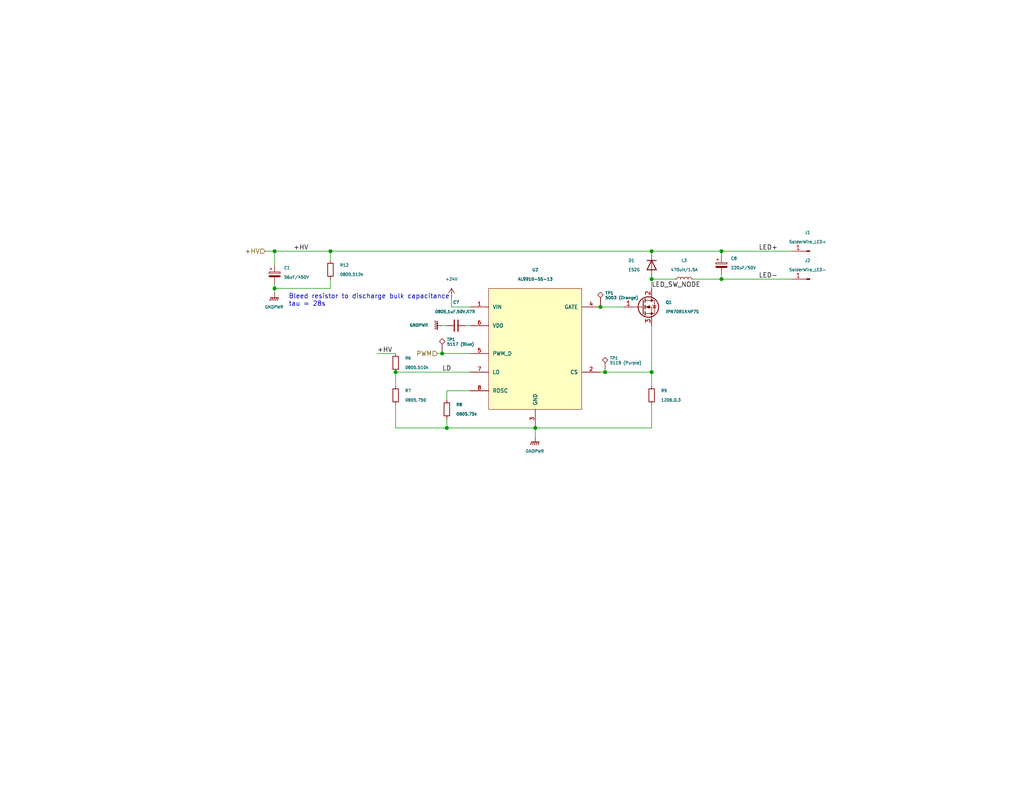
<source format=kicad_sch>
(kicad_sch (version 20230121) (generator eeschema)
  (paper "USLetter")
  (title_block (date "2023-12-18") (rev "A01"))
  (lib_symbols
    (symbol "Connector:Conn_01x01_Pin" (pin_names (offset 1.016) hide)
      (property "Reference" "J" (at 0 2.54 0))
      (property "Value" "Conn_01x01_Pin" (at 0 -2.54 0))
      (symbol "Conn_01x01_Pin_1_1"
        (polyline (pts (xy 1.27 0) (xy 0.8636 0)) (stroke (width 0.1524)))
        (rectangle (start 0.8636 0.127) (end 0 -0.127) (stroke (width 0.1524)) (fill (type outline)))
        (pin passive line (at 5.08 0 180) (length 3.81) (name "Pin_1") (number "1"))
      )
    )
    (symbol "Connector:TestPoint_Alt" (pin_numbers hide) (pin_names (offset 0.762) hide)
      (property "Reference" "TP" (at 0 6.858 0))
      (property "Value" "TestPoint_Alt" (at 0 5.08 0))
      (symbol "TestPoint_Alt_0_1"
        (polyline (pts (xy 0 2.54) (xy -0.762 3.302) (xy 0 4.064) (xy 0.762 3.302) (xy 0 2.54)))
      )
      (symbol "TestPoint_Alt_1_1"
        (pin passive line (at 0 0 90) (length 2.54) (name "1") (number "1"))
      )
    )
    (symbol "Device:C_Polarized_Small" (pin_numbers hide) (pin_names (offset 0.254) hide)
      (property "Reference" "C" (at 0.254 1.778 0))
      (property "Value" "C_Polarized_Small" (at 0.254 -2.032 0))
      (symbol "C_Polarized_Small_0_1"
        (rectangle (start -1.524 -0.3048) (end 1.524 -0.6858) (fill (type outline)))
        (rectangle (start -1.524 0.6858) (end 1.524 0.3048))
        (polyline (pts (xy -1.27 1.524) (xy -0.762 1.524)))
        (polyline (pts (xy -1.016 1.27) (xy -1.016 1.778)))
      )
      (symbol "C_Polarized_Small_1_1"
        (pin passive line (at 0 2.54 270) (length 1.8542) (name "~") (number "1"))
        (pin passive line (at 0 -2.54 90) (length 1.8542) (name "~") (number "2"))
      )
    )
    (symbol "Device:L_Small" (pin_numbers hide) (pin_names (offset 0.254) hide)
      (property "Reference" "L" (at 0.762 1.016 0))
      (property "Value" "L_Small" (at 0.762 -1.016 0))
      (symbol "L_Small_0_1"
        (arc (start 0 -2.032) (mid 0.5058 -1.524) (end 0 -1.016))
        (arc (start 0 -1.016) (mid 0.5058 -0.508) (end 0 0))
        (arc (start 0 0) (mid 0.5058 0.508) (end 0 1.016))
        (arc (start 0 1.016) (mid 0.5058 1.524) (end 0 2.032))
      )
      (symbol "L_Small_1_1"
        (pin passive line (at 0 2.54 270) (length 0.508) (name "~") (number "1"))
        (pin passive line (at 0 -2.54 90) (length 0.508) (name "~") (number "2"))
      )
    )
    (symbol "Diode:US2GA" (pin_numbers hide) (pin_names hide)
      (property "Reference" "D" (at 0 2.54 0))
      (property "Value" "US2GA" (at 0 -2.54 0))
      (symbol "US2GA_0_1"
        (polyline (pts (xy -1.27 1.27) (xy -1.27 -1.27)) (stroke (width 0.254)))
        (polyline (pts (xy 1.27 0) (xy -1.27 0)))
        (polyline (pts (xy 1.27 1.27) (xy 1.27 -1.27) (xy -1.27 0) (xy 1.27 1.27)) (stroke (width 0.254)))
      )
      (symbol "US2GA_1_1"
        (pin passive line (at -3.81 0 0) (length 2.54) (name "K") (number "1"))
        (pin passive line (at 3.81 0 180) (length 2.54) (name "A") (number "2"))
      )
    )
    (symbol "Transistor_FET:AO3400A" (pin_names hide)
      (property "Reference" "Q1" (at 6.35 1.27 0))
      (property "Value" "IPN70R1K4P7S" (at 6.35 -1.27 0))
      (symbol "AO3400A_0_1"
        (polyline (pts (xy 0.254 0) (xy -2.54 0)))
        (polyline (pts (xy 0.254 1.905) (xy 0.254 -1.905)) (stroke (width 0.254)))
        (polyline (pts (xy 0.762 -1.27) (xy 0.762 -2.286)) (stroke (width 0.254)))
        (polyline (pts (xy 0.762 0.508) (xy 0.762 -0.508)) (stroke (width 0.254)))
        (polyline (pts (xy 0.762 2.286) (xy 0.762 1.27)) (stroke (width 0.254)))
        (polyline (pts (xy 2.54 2.54) (xy 2.54 1.778)))
        (polyline (pts (xy 2.54 -2.54) (xy 2.54 0) (xy 0.762 0)))
        (polyline (pts (xy 0.762 -1.778) (xy 3.302 -1.778) (xy 3.302 1.778) (xy 0.762 1.778)))
        (polyline (pts (xy 1.016 0) (xy 2.032 0.381) (xy 2.032 -0.381) (xy 1.016 0)) (fill (type outline)))
        (polyline (pts (xy 2.794 0.508) (xy 2.921 0.381) (xy 3.683 0.381) (xy 3.81 0.254)))
        (polyline (pts (xy 3.302 0.381) (xy 2.921 -0.254) (xy 3.683 -0.254) (xy 3.302 0.381)))
        (circle (center 1.651 0) (radius 2.794) (stroke (width 0.254)))
        (circle (center 2.54 -1.778) (radius 0.254) (fill (type outline)))
        (circle (center 2.54 1.778) (radius 0.254) (fill (type outline)))
      )
      (symbol "AO3400A_1_1"
        (pin input line (at -5.08 0 0) (length 2.54) (name "G") (number "1"))
        (pin passive line (at 2.54 5.08 270) (length 2.54) (name "D") (number "2"))
        (pin passive line (at 2.54 -5.08 90) (length 2.54) (name "S") (number "3"))
      )
    )
    (symbol "WS_LCSC_ICs:AL9910-5SP-13" (pin_names (offset 1.016))
      (property "Reference" "U" (at -5.08 16.51 0))
      (property "Value" "AL9910-5SP-13" (at -8.89 13.97 0))
      (symbol "AL9910-5SP-13_0_0"
        (rectangle (start -12.7 -20.32) (end 12.7 12.7) (stroke (width 0.127)) (fill (type background)))
        (pin power_in line (at -17.78 7.62 0) (length 5.08) (name "VIN") (number "1"))
        (pin input line (at 17.78 -10.16 180) (length 5.08) (name "CS") (number "2"))
        (pin passive line (at 0 -25.4 90) (length 5.08) (name "GND") (number "3"))
        (pin passive line (at 17.78 7.62 180) (length 5.08) (name "GATE") (number "4"))
        (pin input line (at -17.78 -5.08 0) (length 5.08) (name "PWM_D") (number "5"))
        (pin power_in line (at -17.78 2.54 0) (length 5.08) (name "VDD") (number "6"))
        (pin input line (at -17.78 -10.16 0) (length 5.08) (name "LD") (number "7"))
        (pin input line (at -17.78 -15.24 0) (length 5.08) (name "ROSC") (number "8"))
      )
    )
    (symbol "jlcpcb-basic-capacitor:0805,1uF,50V,X7R "
      (property "Reference" "C" (at 1.71 0.508 0))
      (property "Value" "0805,1uF,50V,X7R " (at 1.71 -1.016 0))
      (symbol "0805,1uF,50V,X7R _0_0"
        (polyline (pts (xy -1.524 -0.508) (xy 1.524 -0.508)) (stroke (width 0.3048)))
        (polyline (pts (xy -1.524 0.508) (xy 1.524 0.508)) (stroke (width 0.3048)))
        (pin passive line (at 0 2.54 270) (length 2.032) (name "~") (number "1"))
        (pin passive line (at 0 -2.54 90) (length 2.032) (name "~") (number "2"))
      )
    )
    (symbol "jlcpcb-basic-resistor:0805,510k"
      (property "Reference" "R" (at 0.762 0.508 0))
      (property "Value" "0805,510k" (at 0.762 -1.016 0))
      (symbol "0805,510k_0_0"
        (rectangle (start -0.762 1.778) (end 0.762 -1.778) (stroke (width 0.2032)))
        (pin passive line (at 0 2.54 270) (length 0.762) (name "~") (number "1"))
        (pin passive line (at 0 -2.54 90) (length 0.762) (name "~") (number "2"))
      )
    )
    (symbol "jlcpcb-basic-resistor:0805,750"
      (property "Reference" "R" (at 0.762 0.508 0))
      (property "Value" "0805,750" (at 0.762 -1.016 0))
      (symbol "0805,750_0_0"
        (rectangle (start -0.762 1.778) (end 0.762 -1.778) (stroke (width 0.2032)))
        (pin passive line (at 0 2.54 270) (length 0.762) (name "~") (number "1"))
        (pin passive line (at 0 -2.54 90) (length 0.762) (name "~") (number "2"))
      )
    )
    (symbol "jlcpcb-basic-resistor:0805,75k"
      (property "Reference" "R" (at 0.762 0.508 0))
      (property "Value" "0805,75k" (at 0.762 -1.016 0))
      (symbol "0805,75k_0_0"
        (rectangle (start -0.762 1.778) (end 0.762 -1.778) (stroke (width 0.2032)))
        (pin passive line (at 0 2.54 270) (length 0.762) (name "~") (number "1"))
        (pin passive line (at 0 -2.54 90) (length 0.762) (name "~") (number "2"))
      )
    )
    (symbol "jlcpcb-basic-resistor:1206,0"
      (property "Reference" "R" (at 0.762 0.508 0))
      (property "Value" "1206,0" (at 0.762 -1.016 0))
      (symbol "1206,0_0_0"
        (rectangle (start -0.762 1.778) (end 0.762 -1.778) (stroke (width 0.2032)))
        (pin passive line (at 0 2.54 270) (length 0.762) (name "~") (number "1"))
        (pin passive line (at 0 -2.54 90) (length 0.762) (name "~") (number "2"))
      )
    )
    (symbol "power:+24V" (power) (pin_names (offset 0))
      (property "Value" "+24V" (at 0 3.556 0))
      (symbol "+24V_0_1"
        (polyline (pts (xy -0.762 1.27) (xy 0 2.54)))
        (polyline (pts (xy 0 0) (xy 0 2.54)))
        (polyline (pts (xy 0 2.54) (xy 0.762 1.27)))
      )
      (symbol "+24V_1_1"
        (pin power_in line (at 0 0 90) (length 0) hide (name "+24V") (number "1"))
      )
    )
    (symbol "power:GNDPWR" (power) (pin_names (offset 0))
      (property "Value" "GNDPWR" (at 0 -3.302 0))
      (symbol "GNDPWR_0_1"
        (polyline (pts (xy 0 -1.27) (xy 0 0)))
        (polyline (pts (xy -1.016 -1.27) (xy -1.27 -2.032) (xy -1.27 -2.032)) (stroke (width 0.2032)))
        (polyline (pts (xy -0.508 -1.27) (xy -0.762 -2.032) (xy -0.762 -2.032)) (stroke (width 0.2032)))
        (polyline (pts (xy 0 -1.27) (xy -0.254 -2.032) (xy -0.254 -2.032)) (stroke (width 0.2032)))
        (polyline (pts (xy 0.508 -1.27) (xy 0.254 -2.032) (xy 0.254 -2.032)) (stroke (width 0.2032)))
        (polyline (pts (xy 1.016 -1.27) (xy -1.016 -1.27) (xy -1.016 -1.27)) (stroke (width 0.2032)))
        (polyline (pts (xy 1.016 -1.27) (xy 0.762 -2.032) (xy 0.762 -2.032) (xy 0.762 -2.032)) (stroke (width 0.2032)))
      )
      (symbol "GNDPWR_1_1"
        (pin power_in line (at 0 0 270) (length 0) hide (name "GNDPWR") (number "1"))
      )
    )
  )
  (junction (at 146.05 116.84))
  (junction (at 74.93 78.74))
  (junction (at 163.83 83.82))
  (junction (at 120.65 96.52))
  (junction (at 121.92 116.84))
  (junction (at 165.1 101.6))
  (junction (at 177.8 76.2))
  (junction (at 196.85 76.2))
  (junction (at 177.8 101.6))
  (junction (at 177.8 68.58))
  (junction (at 196.85 68.58))
  (junction (at 74.93 68.58))
  (junction (at 90.17 68.58))
  (junction (at 107.95 101.6))
  (wire (pts (xy 146.05 116.84) (xy 177.8 116.84)))
  (wire (pts (xy 74.93 78.74) (xy 90.17 78.74)))
  (wire (pts (xy 196.85 68.58) (xy 196.85 69.85)))
  (wire (pts (xy 119.38 96.52) (xy 120.65 96.52)))
  (wire (pts (xy 177.8 105.41) (xy 177.8 101.6)))
  (wire (pts (xy 177.8 110.49) (xy 177.8 116.84)))
  (wire (pts (xy 107.95 105.41) (xy 107.95 101.6)))
  (wire (pts (xy 121.92 109.22) (xy 121.92 106.68)))
  (wire (pts (xy 177.8 76.2) (xy 177.8 78.74)))
  (wire (pts (xy 74.93 68.58) (xy 90.17 68.58)))
  (wire (pts (xy 120.65 96.52) (xy 128.27 96.52)))
  (wire (pts (xy 177.8 68.58) (xy 196.85 68.58)))
  (wire (pts (xy 102.87 96.52) (xy 107.95 96.52)))
  (wire (pts (xy 120.65 88.9) (xy 121.92 88.9)))
  (wire (pts (xy 177.8 101.6) (xy 177.8 88.9)))
  (wire (pts (xy 127 88.9) (xy 128.27 88.9)))
  (wire (pts (xy 90.17 68.58) (xy 177.8 68.58)))
  (wire (pts (xy 196.85 68.58) (xy 215.9 68.58)))
  (wire (pts (xy 165.1 101.6) (xy 177.8 101.6)))
  (wire (pts (xy 163.83 83.82) (xy 170.18 83.82)))
  (wire (pts (xy 107.95 116.84) (xy 121.92 116.84)))
  (wire (pts (xy 121.92 106.68) (xy 128.27 106.68)))
  (wire (pts (xy 74.93 68.58) (xy 74.93 72.39)))
  (wire (pts (xy 196.85 74.93) (xy 196.85 76.2)))
  (wire (pts (xy 74.93 80.01) (xy 74.93 78.74)))
  (wire (pts (xy 121.92 114.3) (xy 121.92 116.84)))
  (wire (pts (xy 196.85 76.2) (xy 215.9 76.2)))
  (wire (pts (xy 107.95 110.49) (xy 107.95 116.84)))
  (wire (pts (xy 177.8 76.2) (xy 184.15 76.2)))
  (wire (pts (xy 72.39 68.58) (xy 74.93 68.58)))
  (wire (pts (xy 90.17 76.2) (xy 90.17 78.74)))
  (wire (pts (xy 146.05 119.38) (xy 146.05 116.84)))
  (wire (pts (xy 123.19 81.28) (xy 123.19 83.82)))
  (wire (pts (xy 90.17 68.58) (xy 90.17 71.12)))
  (wire (pts (xy 189.23 76.2) (xy 196.85 76.2)))
  (wire (pts (xy 74.93 78.74) (xy 74.93 77.47)))
  (wire (pts (xy 107.95 101.6) (xy 128.27 101.6)))
  (wire (pts (xy 163.83 101.6) (xy 165.1 101.6)))
  (wire (pts (xy 123.19 83.82) (xy 128.27 83.82)))
  (wire (pts (xy 121.92 116.84) (xy 146.05 116.84)))
  (text "Bleed resistor to discharge bulk capacitance\ntau = 28s" (at 78.74 83.82 0) (effects (font (size 1.27 1.27)) (justify left bottom)))
  (label "+HV" (at 102.87 96.52 0))
  (label "LD" (at 120.65 101.6 0))
  (label "+HV" (at 80.01 68.58 0))
  (label "LED_SW_NODE" (at 177.8 78.74 0))
  (label "LED-" (at 207.01 76.2 0))
  (label "LED+" (at 207.01 68.58 0))
  (hierarchical_label "+HV" (shape input) (at 72.39 68.58 180))
  (hierarchical_label "PWM" (shape input) (at 119.38 96.52 180))
  (symbol (lib_id "Connector:TestPoint_Alt") (at 120.65 96.52 0) (unit 1)
    (property "Reference" "TP1" (at 121.92 92.71 0) (effects (font (size 0.8 0.8)) (justify left)))
    (property "Value" "5117 (Blue)" (at 121.92 93.98 0) (effects (font (size 0.8 0.8)) (justify left)))
    (property "Footprint" "TestPoint:TestPoint_Keystone_5000-5004_Miniature" (effects hide))
    (property "Datasheet" "https://www.lcsc.com/product-detail/Thimble-Copper-Rod-Test-Ring_ronghe-RH-5117_C5199807.html" (effects hide))
    (property "LCSC" "C5199807" (effects hide))
    (instances (project "Off-Line-RGB-LED-Driver" (path "" (reference "TP1") (unit 1)) (path "" (reference "TP4") (unit 1)) (path "" (reference "TP5") (unit 1)) (path "" (reference "TP8") (unit 1))))
  )
  (symbol (lib_id "jlcpcb-basic-resistor:0805,750") (at 107.95 107.95 0) (unit 1)
    (property "Reference" "R7" (at 110.49 106.68 0) (effects (font (size 0.8 0.8)) (justify left)))
    (property "Value" "0805,750" (at 110.49 109.22 0) (effects (font (size 0.8 0.8)) (justify left)))
    (property "Footprint" "R_0805_2012Metric" (effects hide))
    (property "Datasheet" "https://datasheet.lcsc.com/lcsc/2110251930_UNI-ROYAL-Uniroyal-Elec-0805W8F7500T5E_C17818.pdf" (effects hide))
    (property "LCSC" "C17818" (effects hide))
    (property "MFG" "UNI-ROYAL(Uniroyal Elec)" (effects hide))
    (property "MFGPN" "0805W8F7500T5E" (effects hide))
    (instances (project "Off-Line-RGB-LED-Driver" (path "" (reference "R7") (unit 1)) (path "" (reference "R14") (unit 1)) (path "" (reference "R19") (unit 1))))
  )
  (symbol (lib_id "Connector:Conn_01x01_Pin") (at 220.98 76.2 180) (unit 1) (in_bom no)
    (property "Reference" "J2" (at 220.345 71.12 0) (effects (font (size 0.8 0.8))))
    (property "Value" "SolderWire_LED-" (at 220.345 73.66 0) (effects (font (size 0.8 0.8))))
    (property "Footprint" "WS_LCSC_Connectors:SolderWire-0.75sqmm_1x01_D1.25mm_OD2.3mm_Relief_longer" (effects hide))
    (instances (project "Off-Line-RGB-LED-Driver" (path "" (reference "J2") (unit 1)) (path "" (reference "J4") (unit 1)) (path "" (reference "J6") (unit 1))))
  )
  (symbol (lib_id "WS_LCSC_ICs:AL9910-5SP-13") (at 146.05 91.44 0) (unit 1)
    (property "Reference" "U2" (at 146.05 73.66 0) (effects (font (size 0.8 0.8))))
    (property "Value" "AL9910-5S-13" (at 146.05 76.2 0) (effects (font (size 0.8 0.8))))
    (property "Footprint" "Package_SO:SOIC-8_3.9x4.9mm_P1.27mm" (effects hide))
    (property "Datasheet" "https://datasheet.lcsc.com/lcsc/2304140030_Diodes-Incorporated-AL9910-5S-13_C264082.pdf" (effects hide))
    (property "LCSC" "C264082" (effects hide))
    (instances (project "Off-Line-RGB-LED-Driver" (path "" (reference "U2") (unit 1)) (path "" (reference "U3") (unit 1)) (path "" (reference "U4") (unit 1))))
  )
  (symbol (lib_id "Device:C_Polarized_Small") (at 74.93 74.93 0) (unit 1)
    (property "Reference" "C1" (at 77.47 73.1139 0) (effects (font (size 0.8 0.8)) (justify left)))
    (property "Value" "56uF/450V" (at 77.47 75.6539 0) (effects (font (size 0.8 0.8)) (justify left)))
    (property "Footprint" "Capacitor_THT:CP_Radial_D13.0mm_P5.00mm" (effects hide))
    (property "Datasheet" "https://datasheet.lcsc.com/lcsc/2304140030_Man-Yue-Tech-EKM566M2WJ35RR_C206156.pdf" (effects hide))
    (property "LCSC" "C206156" (effects hide))
    (instances (project "Off-Line-RGB-LED-Driver" (path "" (reference "C1") (unit 1)) (path "" (reference "C9") (unit 1)) (path "" (reference "C12") (unit 1))))
  )
  (symbol (lib_id "power:GNDPWR") (at 120.65 88.9 270) (unit 1)
    (property "Reference" "#PWR04" (effects hide))
    (property "Value" "GNDPWR" (at 116.84 88.773 90) (effects (font (size 0.8 0.8)) (justify right)))
    (instances (project "Off-Line-RGB-LED-Driver" (path "" (reference "#PWR04") (unit 1)) (path "" (reference "#PWR08") (unit 1)) (path "" (reference "#PWR012") (unit 1))))
  )
  (symbol (lib_id "jlcpcb-basic-resistor:1206,0") (at 177.8 107.95 0) (unit 1)
    (property "Reference" "R9" (at 180.34 106.68 0) (effects (font (size 0.8 0.8)) (justify left)))
    (property "Value" "1206,0.3" (at 180.34 109.22 0) (effects (font (size 0.8 0.8)) (justify left)))
    (property "Footprint" "R_1206_3216Metric" (effects hide))
    (property "Datasheet" "https://datasheet.lcsc.com/lcsc/2205312345_UNI-ROYAL-Uniroyal-Elec-1206W4F300LT5E_C59882.pdf" (effects hide))
    (property "LCSC" "C59882" (effects hide))
    (property "MFG" "UNI-ROYAL(Uniroyal Elec)" (effects hide))
    (property "MFGPN" "1206W4F300LT5E" (effects hide))
    (instances (project "Off-Line-RGB-LED-Driver" (path "" (reference "R9") (unit 1)) (path "" (reference "R16") (unit 1)) (path "" (reference "R21") (unit 1))))
  )
  (symbol (lib_id "power:+24V") (at 123.19 81.28 0) (unit 1)
    (property "Reference" "#PWR03" (effects hide))
    (property "Value" "+24V" (at 123.19 76.2 0) (effects (font (size 0.8 0.8))))
    (instances (project "Off-Line-RGB-LED-Driver" (path "" (reference "#PWR03") (unit 1)) (path "" (reference "#PWR09") (unit 1)) (path "" (reference "#PWR013") (unit 1))))
  )
  (symbol (lib_id "Connector:TestPoint_Alt") (at 165.1 101.6 0) (unit 1)
    (property "Reference" "TP1" (at 166.37 97.79 0) (effects (font (size 0.8 0.8)) (justify left)))
    (property "Value" "5119 (Purple)" (at 166.37 99.06 0) (effects (font (size 0.8 0.8)) (justify left)))
    (property "Footprint" "TestPoint:TestPoint_Keystone_5000-5004_Miniature" (effects hide))
    (property "Datasheet" "https://www.lcsc.com/product-detail/Thimble-Copper-Rod-Test-Ring_ronghe-RH-5119_C5199809.html" (effects hide))
    (property "LCSC" "C5199809" (effects hide))
    (instances (project "Off-Line-RGB-LED-Driver" (path "" (reference "TP1") (unit 1)) (path "" (reference "TP3") (unit 1)) (path "" (reference "TP7") (unit 1)) (path "" (reference "TP10") (unit 1))))
  )
  (symbol (lib_id "Device:C_Polarized_Small") (at 196.85 72.39 0) (unit 1)
    (property "Reference" "C8" (at 199.39 70.5739 0) (effects (font (size 0.8 0.8)) (justify left)))
    (property "Value" "220uF/50V" (at 199.39 73.1139 0) (effects (font (size 0.8 0.8)) (justify left)))
    (property "Footprint" "Capacitor_THT:CP_Radial_D10.0mm_P5.00mm" (effects hide))
    (property "Datasheet" "https://datasheet.lcsc.com/lcsc/2110271230_CX-Dongguan-Chengxing-Elec-GR227V050G13RR0VL4FP0_C44705.pdf" (effects hide))
    (property "LCSC" "C44705" (effects hide))
    (instances (project "Off-Line-RGB-LED-Driver" (path "" (reference "C8") (unit 1)) (path "" (reference "C11") (unit 1)) (path "" (reference "C14") (unit 1))))
  )
  (symbol (lib_id "jlcpcb-basic-resistor:0805,510k") (at 90.17 73.66 0) (unit 1)
    (property "Reference" "R12" (at 92.71 72.39 0) (effects (font (size 0.8 0.8)) (justify left)))
    (property "Value" "0805,510k" (at 92.71 74.93 0) (effects (font (size 0.8 0.8)) (justify left)))
    (property "Footprint" "R_0805_2012Metric" (effects hide))
    (property "Datasheet" "https://datasheet.lcsc.com/lcsc/2110251830_UNI-ROYAL-Uniroyal-Elec-0805W8F5103T5E_C17733.pdf" (effects hide))
    (property "LCSC" "C17733" (effects hide))
    (property "MFG" "UNI-ROYAL(Uniroyal Elec)" (effects hide))
    (property "MFGPN" "0805W8F5103T5E" (effects hide))
    (instances (project "Off-Line-RGB-LED-Driver" (path "" (reference "R12") (unit 1)) (path "" (reference "R11") (unit 1)) (path "" (reference "R17") (unit 1))))
  )
  (symbol (lib_id "power:GNDPWR") (at 146.05 119.38 0) (unit 1)
    (property "Reference" "#PWR05" (effects hide))
    (property "Value" "GNDPWR" (at 145.923 123.19 0) (effects (font (size 0.8 0.8))))
    (instances (project "Off-Line-RGB-LED-Driver" (path "" (reference "#PWR05") (unit 1)) (path "" (reference "#PWR010") (unit 1)) (path "" (reference "#PWR014") (unit 1))))
  )
  (symbol (lib_id "Device:L_Small") (at 186.69 76.2 90) (unit 1)
    (property "Reference" "L3" (at 186.69 71.12 90) (effects (font (size 0.8 0.8))))
    (property "Value" "470uH/1.5A" (at 186.69 73.66 90) (effects (font (size 0.8 0.8))))
    (property "Footprint" "Inductor_SMD:L_Neosid_SM-NE127" (effects hide))
    (property "Datasheet" "https://datasheet.lcsc.com/lcsc/2208161630_LanTu-Micro-SDRI127-471MT_C5127293.pdf" (effects hide))
    (property "LCSC" "C5127293" (effects hide))
    (instances (project "Off-Line-RGB-LED-Driver" (path "" (reference "L3") (unit 1)) (path "" (reference "L4") (unit 1)) (path "" (reference "L5") (unit 1))))
  )
  (symbol (lib_id "Connector:TestPoint_Alt") (at 163.83 83.82 0) (unit 1)
    (property "Reference" "TP1" (at 165.1 80.01 0) (effects (font (size 0.8 0.8)) (justify left)))
    (property "Value" "5003 (Orange)" (at 165.1 81.28 0) (effects (font (size 0.8 0.8)) (justify left)))
    (property "Footprint" "TestPoint:TestPoint_Keystone_5000-5004_Miniature" (effects hide))
    (property "Datasheet" "https://www.lcsc.com/product-detail/Thimble-Copper-Rod-Test-Ring_ronghe-RH-5003_C5199803.html" (effects hide))
    (property "LCSC" "C5199803" (effects hide))
    (instances (project "Off-Line-RGB-LED-Driver" (path "" (reference "TP1") (unit 1)) (path "" (reference "TP2") (unit 1)) (path "" (reference "TP6") (unit 1)) (path "" (reference "TP9") (unit 1))))
  )
  (symbol (lib_id "Connector:Conn_01x01_Pin") (at 220.98 68.58 180) (unit 1) (in_bom no)
    (property "Reference" "J1" (at 220.345 63.5 0) (effects (font (size 0.8 0.8))))
    (property "Value" "SolderWire_LED+" (at 220.345 66.04 0) (effects (font (size 0.8 0.8))))
    (property "Footprint" "Connector_Wire:SolderWire-0.75sqmm_1x01_D1.25mm_OD2.3mm_Relief" (effects hide))
    (instances (project "Off-Line-RGB-LED-Driver" (path "" (reference "J1") (unit 1)) (path "" (reference "J3") (unit 1)) (path "" (reference "J5") (unit 1))))
  )
  (symbol (lib_id "power:GNDPWR") (at 74.93 80.01 0) (unit 1)
    (property "Reference" "#PWR06" (effects hide))
    (property "Value" "GNDPWR" (at 74.803 83.82 0) (effects (font (size 0.8 0.8))))
    (instances (project "Off-Line-RGB-LED-Driver" (path "" (reference "#PWR06") (unit 1)) (path "" (reference "#PWR07") (unit 1)) (path "" (reference "#PWR011") (unit 1))))
  )
  (symbol (lib_id "Transistor_FET:AO3400A") (at 175.26 83.82 0) (unit 1)
    (property "Reference" "Q1" (at 181.61 82.55 0) (effects (font (size 0.8 0.8)) (justify left)))
    (property "Value" "IPN70R1K4P7S" (at 181.61 85.09 0) (effects (font (size 0.8 0.8)) (justify left)))
    (property "Footprint" "Package_TO_SOT_SMD:SOT-223-3_TabPin2" (effects hide))
    (property "Datasheet" "https://www.lcsc.com/product-detail/MOSFETs_Infineon-Technologies-IPN70R1K4P7S_C152684.html" (effects hide))
    (property "LCSC" "C152684" (effects hide))
    (instances (project "Off-Line-RGB-LED-Driver" (path "" (reference "Q1") (unit 1)) (path "" (reference "Q2") (unit 1)) (path "" (reference "Q3") (unit 1))))
  )
  (symbol (lib_id "jlcpcb-basic-resistor:0805,75k") (at 121.92 111.76 0) (unit 1)
    (property "Reference" "R8" (at 124.46 110.49 0) (effects (font (size 0.8 0.8)) (justify left)))
    (property "Value" "0805,75k" (at 124.46 113.03 0) (effects (font (size 0.8 0.8)) (justify left)))
    (property "Footprint" "R_0805_2012Metric" (effects hide))
    (property "Datasheet" "https://datasheet.lcsc.com/lcsc/2110251930_UNI-ROYAL-Uniroyal-Elec-0805W8F7502T5E_C17819.pdf" (effects hide))
    (property "LCSC" "C17819" (effects hide))
    (property "MFG" "UNI-ROYAL(Uniroyal Elec)" (effects hide))
    (property "MFGPN" "0805W8F7502T5E" (effects hide))
    (instances (project "Off-Line-RGB-LED-Driver" (path "" (reference "R8") (unit 1)) (path "" (reference "R15") (unit 1)) (path "" (reference "R20") (unit 1))))
  )
  (symbol (lib_id "jlcpcb-basic-capacitor:0805,1uF,50V,X7R ") (at 124.46 88.9 90) (unit 1)
    (property "Reference" "C7" (at 124.46 82.55 90) (effects (font (size 0.8 0.8))))
    (property "Value" "0805,1uF,50V,X7R " (at 124.46 85.09 90) (effects (font (size 0.8 0.8))))
    (property "Footprint" "C_0805_2012Metric" (effects hide))
    (property "Datasheet" "https://datasheet.lcsc.com/lcsc/1810191216_Samsung-Electro-Mechanics-CL21B105KBFNNNE_C28323.pdf" (effects hide))
    (property "LCSC" "C28323" (effects hide))
    (property "MFG" "Samsung Electro-Mechanics" (effects hide))
    (property "MFGPN" "CL21B105KBFNNNE" (effects hide))
    (instances (project "Off-Line-RGB-LED-Driver" (path "" (reference "C7") (unit 1)) (path "" (reference "C10") (unit 1)) (path "" (reference "C13") (unit 1))))
  )
  (symbol (lib_id "Diode:US2GA") (at 177.8 72.39 270) (unit 1)
    (property "Reference" "D1" (at 171.45 71.12 90) (effects (font (size 0.8 0.8)) (justify left)))
    (property "Value" "ES2G" (at 171.45 73.66 90) (effects (font (size 0.8 0.8)) (justify left)))
    (property "Footprint" "Diode_SMD:D_SMA" (effects hide))
    (property "Datasheet" "https://datasheet.lcsc.com/lcsc/2303141100_MDD-Microdiode-Electronics--ES2G_C49264.pdf" (effects hide))
    (property "LCSC" "C49264" (effects hide))
    (instances (project "Off-Line-RGB-LED-Driver" (path "" (reference "D1") (unit 1)) (path "" (reference "D4") (unit 1)) (path "" (reference "D6") (unit 1)) (path "" (reference "D7") (unit 1))))
  )
  (symbol (lib_id "jlcpcb-basic-resistor:0805,510k") (at 107.95 99.06 0) (unit 1)
    (property "Reference" "R6" (at 110.49 97.79 0) (effects (font (size 0.8 0.8)) (justify left)))
    (property "Value" "0805,510k" (at 110.49 100.33 0) (effects (font (size 0.8 0.8)) (justify left)))
    (property "Footprint" "R_0805_2012Metric" (effects hide))
    (property "Datasheet" "https://datasheet.lcsc.com/lcsc/2110251830_UNI-ROYAL-Uniroyal-Elec-0805W8F5103T5E_C17733.pdf" (effects hide))
    (property "LCSC" "C17733" (effects hide))
    (property "MFG" "UNI-ROYAL(Uniroyal Elec)" (effects hide))
    (property "MFGPN" "0805W8F5103T5E" (effects hide))
    (instances (project "Off-Line-RGB-LED-Driver" (path "" (reference "R6") (unit 1)) (path "" (reference "R13") (unit 1)) (path "" (reference "R18") (unit 1))))
  )
)
</source>
